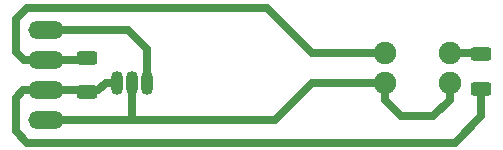
<source format=gbr>
G04 DipTrace 4.2.0.0*
G04 2 - Bottom.gbr*
%MOIN*%
G04 #@! TF.FileFunction,Copper,L2,Bot*
G04 #@! TF.Part,Single*
%AMOUTLINE0*
4,1,28,
-0.034842,-0.012404,
-0.034843,0.012399,
-0.034508,0.014946,
-0.033525,0.01732,
-0.031961,0.019359,
-0.029923,0.020923,
-0.027549,0.021907,
-0.025002,0.022242,
0.024998,0.022246,
0.027546,0.021911,
0.02992,0.020928,
0.031958,0.019364,
0.033523,0.017325,
0.034506,0.014952,
0.034842,0.012404,
0.034843,-0.012399,
0.034508,-0.014946,
0.033525,-0.01732,
0.031961,-0.019359,
0.029923,-0.020923,
0.027549,-0.021907,
0.025002,-0.022242,
-0.024998,-0.022246,
-0.027546,-0.021911,
-0.02992,-0.020928,
-0.031958,-0.019364,
-0.033523,-0.017325,
-0.034506,-0.014952,
-0.034842,-0.012404,
0*%
%AMOUTLINE3*
4,1,28,
0.034842,0.012404,
0.034843,-0.012399,
0.034508,-0.014946,
0.033525,-0.01732,
0.031961,-0.019359,
0.029923,-0.020923,
0.027549,-0.021907,
0.025002,-0.022242,
-0.024998,-0.022246,
-0.027546,-0.021911,
-0.02992,-0.020928,
-0.031958,-0.019364,
-0.033523,-0.017325,
-0.034506,-0.014952,
-0.034842,-0.012404,
-0.034843,0.012399,
-0.034508,0.014946,
-0.033525,0.01732,
-0.031961,0.019359,
-0.029923,0.020923,
-0.027549,0.021907,
-0.025002,0.022242,
0.024998,0.022246,
0.027546,0.021911,
0.02992,0.020928,
0.031958,0.019364,
0.033523,0.017325,
0.034506,0.014952,
0.034842,0.012404,
0*%
G04 #@! TA.AperFunction,Conductor*
%ADD13C,0.026*%
%ADD14O,0.11811X0.059055*%
G04 #@! TA.AperFunction,ComponentPad*
%ADD16C,0.075*%
%ADD18O,0.04X0.08*%
%ADD31OUTLINE0*%
%ADD34OUTLINE3*%
%FSLAX26Y26*%
G04*
G70*
G90*
G75*
G01*
G04 Bottom*
%LPD*%
X150000Y237500D2*
D13*
X279630D1*
X287504Y229626D1*
Y237500D1*
X325000D1*
X350000Y262500D1*
X387500D1*
X150000Y237500D2*
X75000D1*
X50000Y212500D1*
Y100000D1*
X87500Y62500D1*
X1512500D1*
X1600003Y150003D1*
Y242126D1*
X1279232Y262500D2*
Y205155D1*
X1334387Y150000D1*
X1440613D1*
X1495768Y205155D1*
Y262500D1*
X150000Y137500D2*
X437500D1*
Y262500D1*
X150000Y137500D2*
X912500D1*
X1037500Y262500D1*
X1279232D1*
X150000Y437500D2*
X425000D1*
X487500Y375000D1*
Y262500D1*
X150000Y337500D2*
X279622D1*
X287496Y345374D1*
X150000Y337500D2*
X77560D1*
X50000Y365060D1*
Y475000D1*
X87500Y512500D1*
X887500D1*
X1037500Y362500D1*
X1279232D1*
X1599997Y357874D2*
Y362500D1*
X1495768D1*
D14*
X150000Y137500D3*
Y237500D3*
Y337500D3*
Y437500D3*
D31*
X287496Y345374D3*
D34*
X287504Y229626D3*
X1600003Y242126D3*
D31*
X1599997Y357874D3*
D16*
X1495768Y362500D3*
Y262500D3*
X1279232Y362500D3*
Y262500D3*
D18*
X437500D3*
X487500D3*
X387500D3*
M02*

</source>
